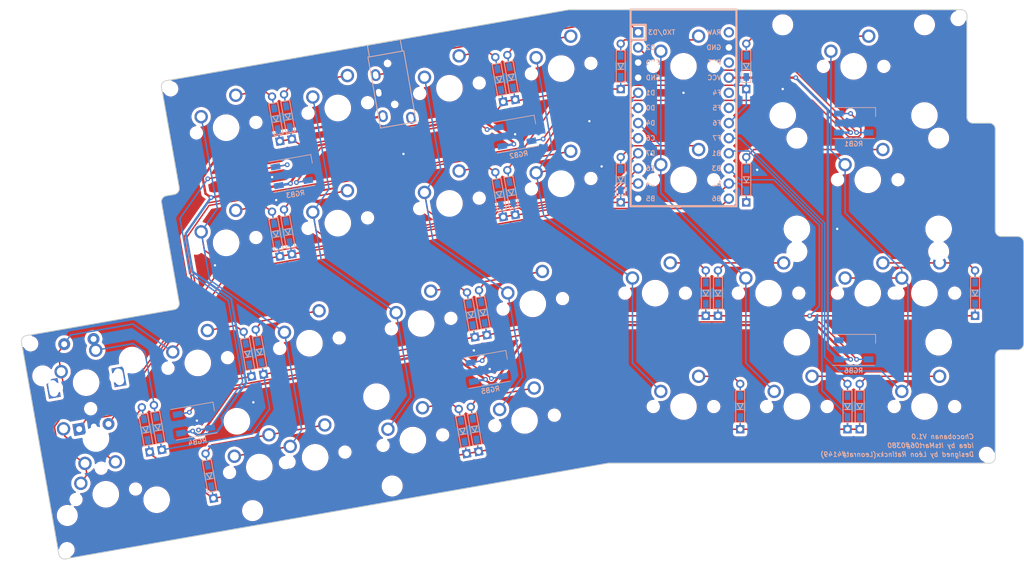
<source format=kicad_pcb>
(kicad_pcb (version 20221018) (generator pcbnew)
  (layers (0 "F.Cu" signal) (31 "B.Cu" signal) (34 "B.Paste" user) (35 "F.Paste" user) (36 "B.SilkS" user "B.Silkscreen") (37 "F.SilkS" user "F.Silkscreen") (38 "B.Mask" user) (39 "F.Mask" user) (44 "Edge.Cuts" user))
  (net 0 "")
  (net 1 "Net-(D1-A)")
  (net 2 "Net-(D2-A)")
  (net 3 "Net-(D3-A)")
  (net 4 "ROW2_L")
  (net 5 "Net-(D4-A)")
  (net 6 "Net-(D5-A)")
  (net 7 "Net-(D6-A)")
  (net 8 "Net-(D7-A)")
  (net 9 "Net-(D8-A)")
  (net 10 "Net-(D9-A)")
  (net 11 "Net-(D10-A)")
  (net 12 "Net-(D11-A)")
  (net 13 "Net-(D12-A)")
  (net 14 "Net-(D13-A)")
  (net 15 "Net-(D14-A)")
  (net 16 "Net-(D15-A)")
  (net 17 "Net-(D16-A)")
  (net 18 "Net-(D17-A)")
  (net 19 "Net-(D18-A)")
  (net 20 "Net-(D19-A)")
  (net 21 "Net-(D20-A)")
  (net 22 "Net-(D21-A)")
  (net 23 "Net-(D22-A)")
  (net 24 "RGB")
  (net 25 "Net-(D23-A)")
  (net 26 "Net-(RGB1-DOUT)")
  (net 27 "DATA")
  (net 28 "GND")
  (net 29 "VCC")
  (net 30 "ENC_A")
  (net 31 "Net-(RGB2-DOUT)")
  (net 32 "COL2")
  (net 33 "COL3")
  (net 34 "COL4")
  (net 35 "COL5")
  (net 36 "ENC_B")
  (net 37 "COL1")
  (net 38 "COL0")
  (net 39 "ROW0_L")
  (net 40 "ROW1_L")
  (net 41 "ROW3_L")
  (net 44 "Net-(RGB3-DOUT)")
  (net 45 "Net-(RGB4-DOUT)")
  (net 46 "Net-(RGB5-DOUT)")
  (net 49 "ENC_S_A")
  (net 51 "Net-(D25-A)")
  (net 52 "COL6")
  (net 53 "Net-(D27-A)")
  (net 54 "Net-(D24-A)")
  (footprint "kbd:D3_TH_SMD_only_back" (layer "F.Cu") (at -19.05 57.15 90)
    (fp_text reference "D12" hide)
    (fp_text value "D_Small" hide)
  )
  (footprint "kbd:D3_TH_SMD_only_back" (layer "F.Cu") (at -63.651285 60.962562 100)
    (fp_text reference "D16" hide)
    (fp_text value "D_Small" hide)
  )
  (footprint "MX_Only:MXOnly-1U-NoLED" (layer "F.Cu") (at -72.65738 43.206703 10)
    (fp_text reference "MX19")
    (fp_text value "MX-NoLED")
  )
  (footprint "MX_Only:MXOnly-2U-NoLED" (layer "F.Cu") (at 0 0)
    (fp_text reference "MX1")
    (fp_text value "MX-NoLED")
  )
  (footprint "kbd:D3_TH_SMD_only_back" (layer "F.Cu") (at -97.043713 8.818917 100)
    (fp_text reference "D21" hide)
    (fp_text value "D_Small" hide)
  )
  (footprint "MX_Only:MXOnly-1U-NoLED" (layer "F.Cu") (at -49.134293 19.715071 10)
    (fp_text reference "MX10")
    (fp_text value "MX-NoLED")
  )
  (footprint "MX_Only:MXOnly-1U-NoLED" (layer "F.Cu") (at -55.278942 59.486292 10)
    (fp_text reference "MX16")
    (fp_text value "MX-NoLED")
  )
  (footprint "kbd:D3_TH_SMD_only_back" (layer "F.Cu") (at -118.912802 61.03472 100)
    (fp_text reference "D27" hide)
    (fp_text value "D_Small" hide)
  )
  (footprint "MX_Only:MXOnly-1.75U-NoLED" (layer "F.Cu") (at -99.835338 67.342787 10)
    (fp_text reference "MX24")
    (fp_text value "MX-NoLED")
  )
  (footprint "MX_Only:MXOnly-1U-NoLED" (layer "F.Cu") (at -33.3375 38.1)
    (fp_text reference "MX11")
    (fp_text value "MX-NoLED")
  )
  (footprint "MX_Only:MXOnly-1U-NoLED" (layer "F.Cu") (at -14.2875 38.1)
    (fp_text reference "MX7")
    (fp_text value "MX-NoLED")
  )
  (footprint "kbd:D3_TH_SMD_only_back" (layer "F.Cu") (at -95.027811 8.463459 100)
    (fp_text reference "D17" hide)
    (fp_text value "D_Small" hide)
  )
  (footprint "kbd:D3_TH_SMD_only_back" (layer "F.Cu") (at -59.522537 21.546799 100)
    (fp_text reference "D14" hide)
    (fp_text value "D_Small" hide)
  )
  (footprint "MX_Only:MXOnly-1U-NoLED" (layer "F.Cu") (at -105.416056 10.295187 10)
    (fp_text reference "MX21")
    (fp_text value "MX-NoLED")
  )
  (footprint "kbd:D3_TH_SMD_only_back" (layer "F.Cu") (at -99.790311 47.990971 100)
    (fp_text reference "D23" hide)
    (fp_text value "D_Small" hide)
  )
  (footprint "MX_Only:MXOnly-1U-NoLED" (layer "F.Cu") (at -67.89488 3.679192 10)
    (fp_text reference "MX13")
    (fp_text value "MX-NoLED")
  )
  (footprint "kbd:D3_TH_SMD_only_back" (layer "F.Cu") (at 20.40825 38.1 90)
    (fp_text reference "D3" hide)
    (fp_text value "D_Small" hide)
  )
  (footprint "MX_Only:MXOnly-1U-NoLED" (layer "F.Cu") (at -53.896793 39.898705 10)
    (fp_text reference "MX15")
    (fp_text value "MX-NoLED")
  )
  (footprint "kbd:D3_TH_SMD_only_back" (layer "F.Cu") (at 1.0235 57.15 90)
    (fp_text reference "D4" hide)
    (fp_text value "D_Small" hide)
  )
  (footprint "kbd:D3_TH_SMD_only_back" (layer "F.Cu") (at -39.1235 0 90)
    (fp_text reference "D5" hide)
    (fp_text value "D_Small" hide)
  )
  (footprint "MX_Only:MXOnly-1U-NoLED" (layer "F.Cu") (at -74.03953 62.79429 10)
    (fp_text reference "MX20")
    (fp_text value "MX-NoLED")
  )
  (footprint "MX_Only:MXOnly-2.75U-ReversedStabilizers-NoLED" (layer "F.Cu") (at -90.455044 65.688788 10)
    (fp_text reference "MX24.1")
    (fp_text value "MX-NoLED")
  )
  (footprint "kbd:D3_TH_SMD_only_back" (layer "F.Cu") (at -57.506636 21.191341 100)
    (fp_text reference "D10" hide)
    (fp_text value "D_Small" hide)
  )
  (footprint "MX_Only:MXOnly-1U-NoLED" (layer "F.Cu") (at -110.178556 49.822698 10)
    (fp_text reference "MX25")
    (fp_text value "MX-NoLED")
  )
  (footprint "MX_Only:MXOnly-1U-NoLED" (layer "F.Cu") (at -91.417968 46.514701 10)
    (fp_text reference "MX23")
    (fp_text value "MX-NoLED")
  )
  (footprint "Custom_footprints_Léon:ArduinoProMicro_centered" (layer "F.Cu") (at -28.575 6.985)
    (fp_text reference "U1" hide)
    (fp_text value "ProMicro" hide)
  )
  (footprint "MX_Only:MXOnly-1U-NoLED" (layer "F.Cu") (at -9.525 57.15)
    (fp_text reference "MX8")
    (fp_text value "MX-NoLED")
  )
  (footprint "kbd:D3_TH_SMD_only_back" (layer "F.Cu") (at -22.789 38.1 90)
    (fp_text reference "D7" hide)
    (fp_text value "D_Small" hide)
  )
  (footprint "MX_Only:MXOnly-2.25U-NoLED" (layer "F.Cu") (at 2.38125 19.05)
    (fp_text reference "MX2")
    (fp_text value "MX-NoLED")
  )
  (footprint "kbd:D3_TH_SMD_only_back" (layer "F.Cu") (at -62.269136 41.374975 100)
    (fp_text reference "D15" hide)
    (fp_text value "D_Small" hide)
  )
  (footprint "kbd:D3_TH_SMD_only_back" (layer "F.Cu") (at -108.208173 68.819144 100)
    (fp_text reference "D24" hide)
    (fp_text value "D_Small" hide)
  )
  (footprint "kbd:D3_TH_SMD_only_back" (layer "F.Cu") (at -116.881774 60.668034 100)
    (fp_text reference "D26" hide)
    (fp_text value "D_Small" hide)
  )
  (footprint "MX_Only:MXOnly-2.75U-NoLED" (layer "F.Cu") (at 2.38125 38.1)
    (fp_text reference "MX3.1")
    (fp_text value "MX-NoLED")
  )
  (footprint "MX_Only:MXOnly-1.75U-NoLED" (layer "F.Cu") (at 11.90625 38.1)
    (fp_text reference "MX3")
    (fp_text value "MX-NoLED")
  )
  (footprint "kbd:D3_TH_SMD_only_back" (layer "F.Cu") (at -39.1235 19.05 90)
    (fp_text reference "D6" hide)
    (fp_text value "D_Small" hide)
  )
  (footprint "MX_Only:MXOnly-2U-NoLED" (layer "F.Cu") (at -127.285145 62.51099 100)
    (fp_text reference "MX20.1")
    (fp_text value "MX-NoLED")
  )
  (footprint "kbd:D3_TH_SMD_only_back" (layer "F.Cu") (at -97.043713 28.162794 100)
    (fp_text reference "D22" hide)
    (fp_text value "D_Small" hide)
  )
  (footprint "MX_Only:MXOnly-1U-NoLED" (layer "F.Cu") (at -28.575 0)
    (fp_text reference "MX5")
    (fp_text value "MX-NoLED")
  )
  (footprint "MX_Only:MXOnly-1U-NoLED" (layer "F.Cu") (at -86.655468 6.987189 10)
    (fp_text reference "MX17")
    (fp_text value "MX-NoLED")
  )
  (footprint "MX_Only:MXOnly-1U-NoLED" (layer "F.Cu") (at -49.134293 0.371194 10)
    (fp_text reference "MX9")
    (fp_text value "MX-NoLED")
  )
  (footprint "MX_Only:MXOnly-1U-NoLED" (layer "F.Cu") (at -67.89488 23.023069 10)
    (fp_text reference "MX14")
    (fp_text value "MX-NoLED")
  )
  (footprint "kbd:D3_TH_SMD_only_back" (layer "F.Cu") (at -24.836 38.1 90)
    (fp_text reference "D11" hide)
    (fp_text value "D_Small" hide)
  )
  (footprint "MX_Only:MXOnly-1U-NoLED" (layer "F.Cu") (at -105.416056 29.639064 10)
    (fp_text reference "MX22")
    (fp_text value "MX-NoLED")
  )
  (footprint "kbd:D3_TH_SMD_only_back" (layer "F.Cu") (at -95.027811 27.807336 100)
    (fp_text reference "D18" hide)
    (fp_text value "D_Small" hide)
  )
  (footprint "kbd:D3_TH_SMD_only_back" (layer "F.Cu") (at -101.806213 48.346428 100)
    (fp_text reference "D25" hide)
    (fp_text value "D_Small" hide)
  )
  (footprint "Custom_footprints_Léon:RotaryEncoder_EC11_Switch" (layer "F.Cu") (at -128.939144 53.130696 100)
    (fp_text reference "SW1" hide)
    (fp_text value "RotaryEncoder_Switch")
  )
  (footprint "MX_Only:MXOnly-1U-NoLED" (layer "F.Cu") (at -128.939144 53.130696 10)
    (fp_text reference "MX26")
    (fp_text value "MX-NoLED")
  )
  (footprint "kbd:D3_TH_SMD_only_back" (layer "F.Cu") (at -57.506636 1.847464 100)
    (fp_text reference "D9" hide)
    (fp_text value "D_Small" hide)
  )
  (footprint "kbd:D3_TH_SMD_only_back" (layer "F.Cu") (at -1.0235 57.15 90)
    (fp_text reference "D8" hide)
    (fp_text value "D_Small" hide)
  )
  (footprint "MX_Only:MXOnly-1U-NoLED" (layer "F.Cu") (at -28.575 19.05)
    (fp_text reference "MX6")
    (fp_text value "MX-NoLED")
  )
  (footprint "kbd:D3_TH_SMD_only_back" (layer "F.Cu") (at -18.0265 19.05 90)
    (fp_text reference "D2" hide)
    (fp_text value "D_Small" hide)
  )
  (footprint "MX_Only:MXOnly-1U-NoLED" (layer "F.Cu") (at -125.631146 71.891284 10)
    (fp_text reference "MX27")
    (fp_text value "MX-NoLED")
  )
  (footprint "kbd:D3_TH_SMD_only_back" (layer "F.Cu") (at -65.667186 61.31802 100)
    (fp_text reference "D20" hide)
    (fp_text value "D_Small" hide)
  )
  (footprint "kbd:D3_TH_SMD_only_back" (layer "F.Cu") (at -59.522537 2.202922 100)
    (fp_text reference "D13" hide)
    (fp_text value "D_Small" hide)
  )
  (footprint "MX_Only:MXOnly-1U-NoLED" (layer "F.Cu") (at -86.655468 26.331066 10)
    (fp_text reference "MX18")
    (fp_text value "MX-NoLED")
  )
  (footprint "kbd:D3_TH_SMD_only_back" (layer "F.Cu") (at -18.0265 0 90)
    (fp_text reference "D1" hide)
    (fp_text value "D_Small" hide)
  )
  (footprint "MX_Only:MXOnly-1U-NoLED" (layer "F.Cu") (at -28.575 57.15)
    (fp_text reference "MX12")
    (fp_text value "MX-NoLED")
  )
  (footprint "MX_Only:MXOnly-1.25U-NoLED" (layer "F.Cu") (at 11.90625 57.15)
    (fp_text reference "MX4")
    (fp_text value "MX-NoLED")
  )
  (footprint "kbd:D3_TH_SMD_only_back" (layer "F.Cu") (at -64.285037 41.730433 100)
    (fp_text reference "D19" hide)
    (fp_text value "D_Small" hide)
  )
  (footprint "MountingHole:MountingHole_2.1mm" (layer "B.Cu") (at 22.3305 65.19283 180)
    (fp_text reference "H2" hide)
    (fp_text value "MountingHole")
  )
  (footprint "MountingHole:MountingHole_2.1mm" (layer "B.Cu") (at -114.733517 3.771031 180)
    (fp_text reference "H3" hide)
    (fp_text value "MountingHole")
  )
  (footprint "kbd:LED_WS2812B-PLCC4" (layer "B.Cu") (at 0 47.625)
    (fp_text reference "RGB6")
    (fp_text value "WS2812B")
  )
  (footprint "MountingHole:MountingHole_2.1mm" (layer "B.Cu") (at -132.155302 81.208745 180)
    (fp_text reference "H5" hide)
    (fp_text value "MountingHole")
  )
  (footprint "MountingHole:MountingHole_2.1mm" (layer "B.Cu") (at 17.568 -8.04283 180)
    (fp_text reference "H1" hide)
    (fp_text value "MountingHole")
  )
  (footprint "MountingHole:MountingHole_2.1mm" (layer "B.Cu") (at -138.256605 46.60654 180)
    (fp_text reference "H4" hide)
    (fp_text value "MountingHole")
  )
  (footprint "kbd:LED_WS2812B-PLCC4" (layer "B.Cu") (at -61.623088 50.932998 10)
    (fp_text reference "RGB5")
    (fp_text value "WS2812B")
  )
  (footprint "keebio-parts:TRRS-PJ-320A" (layer "B.Cu") (at -77.704954 2.895791 -170)
    (fp_text reference "U2")
    (fp_text value "TRRS")
  )
  (footprint "kbd:LED_WS2812B-PLCC4" (layer "B.Cu") (at -94.381763 18.021482 10)
    (fp_text reference "RGB3")
    (fp_text value "WS2812B")
  )
  (footprint "kbd:LED_WS2812B-PLCC4" (layer "B.Cu") (at 0 9.525)
    (fp_text reference "RGB1")
    (fp_text value "WS2812B")
  )
  (footprint "kbd:LED_WS2812B-PLCC4" (layer "B.Cu") (at -110.819161 59.607593 10)
    (fp_text reference "RGB4")
    (fp_text value "WS2812B")
  )
  (footprint "kbd:LED_WS2812B-PLCC4" (layer "B.Cu") (at -56.860588 11.405487 10)
    (fp_text reference "RGB2")
    (fp_text value "WS2812B")
  )
  (gr_arc (start -139.799789 46.389209) (mid -139.634133 45.641984) (end -138.988629 45.230753) (stroke (width 0.15)) (layer "Edge.Cuts"))
  (gr_line (start 28.575 46.625) (end 28.575 29.575) (stroke (width 0.15)) (layer "Edge.Cuts"))
  (gr_arc (start 20.05 9.525) (mid 19.342893 9.232107) (end 19.05 8.525) (stroke (width 0.15)) (layer "Edge.Cuts"))
  (gr_arc (start 18.05 -9.525) (mid 18.757107 -9.232107) (end 19.05 -8.525) (stroke (width 0.15)) (layer "Edge.Cuts"))
  (gr_arc (start -47.948636 -9.509808) (mid -47.862144 -9.521195) (end -47.774988 -9.525) (stroke (width 0.15)) (layer "Edge.Cuts"))
  (gr_line (start 19.05 8.525) (end 19.05 -8.525) (stroke (width 0.15)) (layer "Edge.Cuts"))
  (gr_line (start -115.465541 21.739121) (end -114.127159 21.503128) (stroke (width 0.15)) (layer "Edge.Cuts"))
  (gr_line (start -41.288348 66.690194) (end -132.372623 82.751915) (stroke (width 0.15)) (layer "Edge.Cuts"))
  (gr_arc (start 28.575 46.625) (mid 28.282107 47.332107) (end 27.575 47.625) (stroke (width 0.15)) (layer "Edge.Cuts"))
  (gr_line (start -113.315999 20.344672) (end -116.276701 3.5537) (stroke (width 0.15)) (layer "Edge.Cuts"))
  (gr_line (start -133.531091 81.940757) (end -139.799789 46.389209) (stroke (width 0.15)) (layer "Edge.Cuts"))
  (gr_arc (start -132.372623 82.751915) (mid -133.119855 82.586265) (end -133.531091 81.940757) (stroke (width 0.15)) (layer "Edge.Cuts"))
  (gr_arc (start -116.276701 22.897577) (mid -116.111045 22.150352) (end -115.465541 21.739121) (stroke (width 0.15)) (layer "Edge.Cuts"))
  (gr_line (start 22.8125 9.525) (end 20.05 9.525) (stroke (width 0.15)) (layer "Edge.Cuts"))
  (gr_arc (start 22.8125 9.525) (mid 23.519607 9.817893) (end 23.8125 10.525) (stroke (width 0.15)) (layer "Edge.Cuts"))
  (gr_line (start -47.948636 -9.509808) (end -115.465541 2.395244) (stroke (width 0.15)) (layer "Edge.Cuts"))
  (gr_arc (start -113.315999 20.344672) (mid -113.481655 21.091897) (end -114.127159 21.503128) (stroke (width 0.15)) (layer "Edge.Cuts"))
  (gr_arc (start 23.8125 48.625) (mid 24.105393 47.917893) (end 24.8125 47.625) (stroke (width 0.15)) (layer "Edge.Cuts"))
  (gr_line (start 23.8125 27.575) (end 23.8125 10.525) (stroke (width 0.15)) (layer "Edge.Cuts"))
  (gr_arc (start 27.575 28.575) (mid 28.282107 28.867893) (end 28.575 29.575) (stroke (width 0.15)) (layer "Edge.Cuts"))
  (gr_arc (start -113.315999 39.688549) (mid -113.481655 40.435774) (end -114.127159 40.847005) (stroke (width 0.15)) (layer "Edge.Cuts"))
  (gr_arc (start -116.276701 3.5537) (mid -116.111045 2.806475) (end -115.465541 2.395244) (stroke (width 0.15)) (layer "Edge.Cuts"))
  (gr_arc (start 23.8125 65.675) (mid 23.519607 66.382107) (end 22.8125 66.675) (stroke (width 0.15)) (layer "Edge.Cuts"))
  (gr_line (start 18.05 -9.525) (end -47.774988 -9.525) (stroke (width 0.15)) (layer "Edge.Cuts"))
  (gr_line (start 27.575 28.575) (end 24.8125 28.575) (stroke (width 0.15)) (layer "Edge.Cuts"))
  (gr_line (start -138.988629 45.230753) (end -114.127159 40.847005) (stroke (width 0.15)) (layer "Edge.Cuts"))
  (gr_line (start 23.8125 65.675) (end 23.8125 48.625) (stroke (width 0.15)) (layer "Edge.Cuts"))
  (gr_line (start 24.8125 47.625) (end 27.575 47.625) (stroke (width 0.15)) (layer "Edge.Cuts"))
  (gr_line (start -113.315999 39.688549) (end -116.276701 22.897577) (stroke (width 0.15)) (layer "Edge.Cuts"))
  (gr_arc (start 24.8125 28.575) (mid 24.105393 28.282107) (end 23.8125 27.575) (stroke (width 0.15)) (layer "Edge.Cuts"))
  (gr_arc (start -41.288348 66.690194) (mid -41.20185 66.678806) (end -41.114688 66.675) (stroke (width 0.15)) (layer "Edge.Cuts"))
  (gr_line (start 22.8125 66.675) (end -41.114688 66.675) (stroke (width 0.15)) (layer "Edge.Cuts"))
  (gr_text "Designed by Léon Ratinckx(Leonrat#4149)" (at 20.3305 65.19283) (layer "B.SilkS") (effects (font (size 0.8 0.8) (thickness 0.15) italic) (justify left mirror)))
  (gr_text "Idea by ItsMart06#0380" (at 20.3305 63.69283) (layer "B.SilkS") (effects (font (size 0.8 0.8) (thickness 0.15) italic) (justify left mirror)))
  (gr_text "Chocobanan V1.0" (at 20.3305 62.19283) (layer "B.SilkS") (effects (font (size 0.8 0.8) (thickness 0.15) italic) (justify left mirror)))
  (segment (start -16.7565 -5.08) (end 2.54 -5.08) (width 0.25) (layer "F.Cu") (net 1))
  (segment (start -18.0265 -3.81) (end -16.7565 -5.08) (width 0.25) (layer "F.Cu") (net 1))
  (segment (start -18.0265 -1.775) (end -18.0265 -3.81) (width 0.25) (layer "B.Cu") (net 1))
  (segment (start 4.92125 13.97) (end -16.7565 13.97) (width 0.25) (layer "F.Cu") (net 2))
  (segment (start -16.7565 13.97) (end -18.0265 15.24) (width 0.25) (layer "F.Cu") (net 2))
  (segment (start -18.0265 17.275) (end -18.0265 15.24) (width 0.25) (layer "B.Cu") (net 2))
  (segment (start 19.13825 33.02) (end 20.40825 34.29) (width 0.25) (layer "F.Cu") (net 3))
  (segment (start 4.92125 33.02) (end 14.44625 33.02) (width 0.25) (layer "F.Cu") (net 3))
  (segment (start 14.44625 33.02) (end 19.13825 33.02) (width 0.25) (layer "F.Cu") (net 3))
  (segment (start 20.40825 36.325) (end 20.40825 34.29) (width 0.25) (layer "B.Cu") (net 3))
  (segment (start -24.836 41.91) (end -22.789 41.91) (width 0.25) (layer "F.Cu") (net 4))
  (segment (start -24.836 41.91) (end -43.407731 41.91) (width 0.25) (layer "F.Cu") (net 4))
  (segment (start -61.607536 45.127093) (end -63.623437 45.482551) (width 0.25) (layer "F.Cu") (net 4))
  (segment (start -99.128711 51.743089) (end -63.623437 45.482551) (width 0.25) (layer "F.Cu") (net 4))
  (segment (start -61.607536 45.127093) (end -43.407731 41.91) (width 0.25) (layer "F.Cu") (net 4))
  (segment (start -22.789 41.91) (end 20.40825 41.91) (width 0.25) (layer "F.Cu") (net 4))
  (via (at -7.37 41.91) (size 0.8) (drill 0.4) (layers "F.Cu" "B.Cu") (net 4))
  (segment (start -116.573548 62.416068) (end -116.220174 64.420152) (width 0.25) (layer "B.Cu") (net 4))
  (segment (start -63.623437 45.482551) (end -63.976811 43.478467) (width 0.25) (layer "B.Cu") (net 4))
  (segment (start -13.405448 19.05) (end -5.76 26.695448) (width 0.25) (layer "B.Cu") (net 4))
  (segment (start -99.128711 51.743089) (end -98.107265 57.536003) (width 0.25) (layer "B.Cu") (net 4))
  (segment (start -101.062092 61.755934) (end -98.107265 57.536003) (width 0.25) (layer "B.Cu") (net 4))
  (segment (start -5.76 40.3) (end -7.37 41.91) (width 0.25) (layer "B.Cu") (net 4))
  (segment (start 20.40825 39.875) (end 20.40825 41.91) (width 0.25) (layer "B.Cu") (net 4))
  (segment (start -24.836 39.875) (end -24.836 41.91) (width 0.25) (layer "B.Cu") (net 4))
  (segment (start -116.2353 64.43138) (end -101.062092 61.755934) (width 0.25) (layer "B.Cu") (net 4))
  (segment (start -13.405448 19.05) (end -19.05 19.05) (width 0.25) (layer "B.Cu") (net 4))
  (segment (start -5.76 26.695448) (end -5.76 40.3) (width 0.25) (layer "B.Cu") (net 4))
  (segment (start -99.482085 49.739005) (end -99.128711 51.743089) (width 0.25) (layer "B.Cu") (net 4))
  (segment (start -19.05 19.05) (end -20.955 17.145) (width 0.25) (layer "B.Cu") (net 4))
  (segment (start -22.789 39.875) (end -22.789 41.91) (width 0.25) (layer "B.Cu") (net 4))
  (segment (start -61.607536 45.127093) (end -61.96091 43.123009) (width 0.25) (layer "B.Cu") (net 4))
  (segment (start 14.44625 52.07) (end 2.2935 52.07) (width 0.25) (layer "F.Cu") (net 5))
  (segment (start 2.2935 52.07) (end 1.0235 53.34) (width 0.25) (layer "F.Cu") (net 5))
  (segment (start 1.0235 55.375) (end 1.0235 53.34) (width 0.25) (layer "B.Cu") (net 5))
  (segment (start -26.67 -4.445) (end -38.4885 -4.445) (width 0.25) (layer "F.Cu") (net 6))
  (segment (start -38.4885 -4.445) (end -39.1235 -3.81) (width 0.25) (layer "F.Cu") (net 6))
  (segment (start -26.035 -5.08) (end -26.67 -4.445) (width 0.25) (layer "F.Cu") (net 6))
  (segment (start -39.1235 -1.775) (end -39.1235 -3.81) (width 0.25) (layer "B.Cu") (net 6))
  (segment (start -26.035 13.97) (end -26.67 13.335) (width 0.25) (layer "F.Cu") (net 7))
  (segment (start -26.67 13.335) (end -37.2185 13.335) (width 0.25) (layer "F.Cu") (net 7))
  (segment (start -37.2185 13.335) (end -39.1235 15.24) (width 0.25) (layer "F.Cu") (net 7))
  (segment (start -39.1235 17.275) (end -39.1235 15.24) (width 0.25) (layer "B.Cu") (net 7))
  (segment (start -11.7475 33.02) (end -21.519 33.02) (width 0.25) (layer "F.Cu") (net 8))
  (segment (start -21.519 33.02) (end -22.789 34.29) (width 0.25) (layer "F.Cu") (net 8))
  (segment (start -22.789 36.325) (end -22.789 34.29) (width 0.25) (layer "B.Cu") (net 8))
  (segment (start -2.2935 52.07) (end -1.0235 53.34) (width 0.25) (layer "F.Cu") (net 9))
  (segment (start -6.985 52.07) (end -2.2935 52.07) (width 0.25) (layer "F.Cu") (net 9))
  (segment (start -1.0235 55.375) (end -1.0235 53.34) (width 0.25) (layer "B.Cu") (net 9))
  (segment (start -47.515014 -5.086023) (end -57.138063 -3.375893) (width 0.25) (layer "F.Cu") (net 10))
  (segment (start -58.168236 -1.904654) (end -57.138063 -3.375893) (width 0.25) (layer "F.Cu") (net 10))
  (segment (start -57.814862 0.09943) (end -58.168236 -1.904654) (width 0.25) (layer "B.Cu") (net 10))
  (segment (start -47.515014 14.271181) (end -57.138063 15.967984) (width 0.25) (layer "F.Cu") (net 11))
  (segment (start -58.168236 17.439223) (end -57.138063 15.967984) (width 0.25) (layer "F.Cu") (net 11))
  (segment (start -57.814862 19.443307) (end -58.168236 17.439223) (width 0.25) (layer "B.Cu") (net 11))
  (segment (start -26.106 33.02) (end -24.836 34.29) (width 0.25) (layer "F.Cu") (net 12))
  (segment (start -30.7975 33.02) (end -26.106 33.02) (width 0.25) (layer "F.Cu") (net 12))
  (segment (start -24.836 36.325) (end -24.836 34.29) (width 0.25) (layer "B.Cu") (net 12))
  (segment (start -26.035 52.07) (end -20.32 52.07) (width 0.25) (layer "F.Cu") (net 13))
  (segment (start -20.32 52.07) (end -19.05 53.34) (width 0.25) (layer "F.Cu") (net 13))
  (segment (start -19.05 55.375) (end -19.05 53.34) (width 0.25) (layer "B.Cu") (net 13))
  (segment (start -66.275601 -1.764698) (end -61.655376 -2.579369) (width 0.25) (layer "F.Cu") (net 14))
  (segment (start -60.184137 -1.549196) (end -61.655376 -2.579369) (width 0.25) (layer "F.Cu") (net 14))
  (segment (start -59.830763 0.454888) (end -60.184137 -1.549196) (width 0.25) (layer "B.Cu") (net 14))
  (segment (start -60.184137 17.794681) (end -61.655376 16.764508) (width 0.25) (layer "F.Cu") (net 15))
  (segment (start -66.275601 17.579179) (end -61.655376 16.764508) (width 0.25) (layer "F.Cu") (net 15))
  (segment (start -59.830763 19.798765) (end -60.184137 17.794681) (width 0.25) (layer "B.Cu") (net 15))
  (segment (start -52.277514 34.454815) (end -61.900563 36.151618) (width 0.25) (layer "F.Cu") (net 16))
  (segment (start -62.930736 37.622857) (end -61.900563 36.151618) (width 0.25) (layer "F.Cu") (net 16))
  (segment (start -62.577362 39.626941) (end -62.930736 37.622857) (width 0.25) (layer "B.Cu") (net 16))
  (segment (start -64.312885 57.210444) (end -63.282712 55.739206) (width 0.25) (layer "F.Cu") (net 17))
  (segment (start -53.659663 54.042402) (end -63.282712 55.739206) (width 0.25) (layer "F.Cu") (net 17))
  (segment (start -63.959511 59.214528) (end -64.312885 57.210444) (width 0.25) (layer "B.Cu") (net 17))
  (segment (start -95.689411 4.711341) (end -94.659238 3.240103) (width 0.25) (layer "F.Cu") (net 18))
  (segment (start -85.036189 1.543299) (end -94.659238 3.240103) (width 0.25) (layer "F.Cu") (net 18))
  (segment (start -95.336037 6.715425) (end -95.689411 4.711341) (width 0.25) (layer "B.Cu") (net 18))
  (segment (start -85.036189 20.887176) (end -94.659238 22.58398) (width 0.25) (layer "F.Cu") (net 19))
  (segment (start -95.689411 24.055218) (end -94.659238 22.58398) (width 0.25) (layer "F.Cu") (net 19))
  (segment (start -95.336037 26.059302) (end -95.689411 24.055218) (width 0.25) (layer "B.Cu") (net 19))
  (segment (start -64.946637 37.978315) (end -66.417876 36.948143) (width 0.25) (layer "F.Cu") (net 20))
  (segment (start -71.038101 37.762813) (end -66.417876 36.948143) (width 0.25) (layer "F.Cu") (net 20))
  (segment (start -64.593263 39.982399) (end -64.946637 37.978315) (width 0.25) (layer "B.Cu") (net 20))
  (segment (start -66.328786 57.565902) (end -67.800025 56.53573) (width 0.25) (layer "F.Cu") (net 21))
  (segment (start -72.420251 57.3504) (end -67.800025 56.53573) (width 0.25) (layer "F.Cu") (net 21))
  (segment (start -65.975412 59.569986) (end -66.328786 57.565902) (width 0.25) (layer "B.Cu") (net 21))
  (segment (start -103.796777 4.851297) (end -99.176551 4.036627) (width 0.25) (layer "F.Cu") (net 22))
  (segment (start -97.705313 5.066799) (end -99.176551 4.036627) (width 0.25) (layer "F.Cu") (net 22))
  (segment (start -97.351939 7.070883) (end -97.705313 5.066799) (width 0.25) (layer "B.Cu") (net 22))
  (segment (start -103.796777 24.195174) (end -99.176551 23.380504) (width 0.25) (layer "F.Cu") (net 23))
  (segment (start -97.705313 24.410676) (end -99.176551 23.380504) (width 0.25) (layer "F.Cu") (net 23))
  (segment (start -97.351939 26.41476) (end -97.705313 24.410676) (width 0.25) (layer "B.Cu") (net 23))
  (segment (start 0.5 11.099695) (end -9.964695 0.635) (width 0.25) (layer "F.Cu") (net 24))
  (segment (start -34.94935 -1.92935) (end -36.195 -3.175) (width 0.25) (layer "F.Cu") (net 24))
  (segment (start -21.958898 0.635) (end -23.692798 2.3689) (width 0.25) (layer "F.Cu") (net 24))
  (segment (start 0.5 11.125) (end 0.5 11.099695) (width 0.25) (layer "F.Cu") (net 24))
  (segment (start -33.21545 2.3689) (end -34.94935 0.635) (width 0.25) (layer "F.Cu") (net 24))
  (segment (start -34.94935 0.635) (end -34.94935 -1.92935) (width 0.25) (layer "F.Cu") (net 24))
  (segment (start -23.692798 2.3689) (end -33.21545 2.3689) (width 0.25) (layer "F.Cu") (net 24))
  (segment (start -9.964695 0.635) (end -21.958898 0.635) (width 0.25) (layer "F.Cu") (net 24))
  (via (at 0.5 11.125) (size 0.8) (drill 0.4) (layers "F.Cu" "B.Cu") (net 24))
  (segment (start 2.5 11.125) (end 0.5 11.125) (width 0.25) (layer "B.Cu") (net 24))
  (segment (start -100.451911 44.238853) (end -99.421738 42.767614) (width 0.25) (layer "F.Cu") (net 25))
  (segment (start -89.798689 41.070811) (end -99.421738 42.767614) (width 0.25) (layer "F.Cu") (net 25))
  (segment (start -100.451911 44.238853) (end -100.098537 46.242937) (width 0.25) (layer "B.Cu") (net 25))
  (segment (start 1.225 9.65) (end -0.5 7.925) (width 0.25) (layer "F.Cu") (net 26))
  (segment (start -52.151116 12.199762) (end -47.973147 6.233005) (width 0.25) (layer "F.Cu") (net 26))
  (segment (start -6.935305 5.715) (end -0.800305 11.85) (width 0.25) (layer "F.Cu") (net 26))
  (segment (start 0.800305 11.85) (end 1.225 11.425305) (width 0.25) (layer "F.Cu") (net 26))
  (segment (start -47.973147 6.233005) (end -45.035396 5.715) (width 0.25) (layer "F.Cu") (net 26))
  (segment (start 1.225 11.425305) (end 1.225 9.65) (width 0.25) (layer "F.Cu") (net 26))
  (segment (start -45.035396 5.715) (end -6.935305 5.715) (width 0.25) (layer "F.Cu") (net 26))
  (segment (start -0.800305 11.85) (end 0.800305 11.85) (width 0.25) (layer "F.Cu") (net 26))
  (via (at -52.151116 12.199762) (size 0.8) (drill 0.4) (layers "F.Cu" "B.Cu") (net 26))
  (via (at -0.5 7.925) (size 0.8) (drill 0.4) (layers "F.Cu" "B.Cu") (net 26))
  (segment (start -54.120732 12.547059) (end -52.151116 12.199762) (width 0.25) (layer "B.Cu") (net 26))
  (segment (start -2.5 7.925) (end -0.5 7.925) (width 0.25) (layer "B.Cu") (net 26))
  (segment (start -80.291261 1.473287) (end -78.026203 1.073896) (width 0.25) (layer "F.Cu") (net 27))
  (segment (start -42.857556 -7.3663) (end -76.237597 -1.480498) (width 0.25) (layer "F.Cu") (net 27))
  (segment (start -36.195 -5.715) (end -37.8463 -7.3663) (width 0.25) (layer "F.Cu") (net 27))
  (segment (start -78.026203 1.073896) (end -76.237597 -1.480498) (width 0.25) (layer "F.Cu") (net 27))
  (segment (start -37.8463 -7.3663) (end -42.857556 -7.3663) (width 0.25) (layer "F.Cu") (net 27))
  (via (at -97.689761 18.604771) (size 0.8) (drill 0.4) (layers "F.Cu" "B.Cu") (net 28))
  (via (at -28.575 4.445) (size 0.8) (drill 0.4) (layers "F.Cu" "B.Cu") (net 28))
  (via (at -97 22.47) (size 0.8) (drill 0.4) (layers "F.Cu" "B.Cu") (net 28))
  (via (at -61.130684 50.846174) (size 0.8) (drill 0.4) (layers "F.Cu" "B.Cu") (net 28))
  (via (at -2.75 27.305) (size 0.8) (drill 0.4) (layers "F.Cu" "B.Cu") (net 28))
  (via (at -42.33 16.81) (size 0.8) (drill 0.4) (layers "F.Cu" "B.Cu") (net 28))
  (via (at -110.326757 59.520769) (size 0.8) (drill 0.4) (layers "F.Cu" "B.Cu") (net 28))
  (via (at -100.84 56.44) (size 0.8) (drill 0.4) (layers "F.Cu" "B.Cu") (net 28))
  (via (at -33.96 14.77) (size 0.8) (drill 0.4) (layers "F.Cu" "B.Cu") (net 28))
  (via (at -63.799862 47.729066) (size 0.8) (drill 0.4) (layers "F.Cu" "B.Cu") (net 28))
  (via (at -56.860588 11.405487) (size 0.8) (drill 0.4) (layers "F.Cu" "B.Cu") (net 28))
  (via (at -75.621175 14.713484) (size 0.8) (drill 0.4) (layers "F.Cu" "B.Cu") (net 28))
  (via (at -107.29 33.43) (size 0.8) (drill 0.4) (layers "F.Cu" "B.Cu") (net 28))
  (via (at -11.90625 3.81) (size 0.8) (drill 0.4) (layers "F.Cu" "B.Cu") (net 28))
  (via (at -44.39 9.21) (size 0.8) (drill 0.4) (layers "F.Cu" "B.Cu") (net 28))
  (via (at -16.2 17.38) (size 0.8) (drill 0.4) (layers "F.Cu" "B.Cu") (net 28))
  (segment (start -6.2665 43.4585) (end -0.5 49.225) (width 0.4) (layer "F.Cu") (net 29))
  (segment (start -111.033728 61.270109) (end -111.010915 61.399484) (width 0.4) (layer "F.Cu") (net 29))
  (segment (start -60.387592 53.15217) (end -55.061113 45.54517) (width 0.4) (layer "F.Cu") (net 29))
  (segment (start -79.075724 8.366942) (end -105.361592 13.00185) (width 0.4) (layer "F.Cu") (net 29))
  (segment (start -20.955 1.905) (end -9.72 1.905) (width 0.4) (layer "F.Cu") (net 29))
  (segment (start -9.72 1.905) (end -0.5 11.125) (width 0.4) (layer "F.Cu") (net 29))
  (segment (start -43.227018 43.4585) (end -6.2665 43.4585) (width 0.4) (layer "F.Cu") (net 29))
  (segment (start -61.814842 52.724889) (end -61.040265 53.267254) (width 0.4) (layer "F.Cu") (net 29))
  (segment (start -68.51789 47.917963) (end -104.257186 54.219765) (width 0.4) (layer "F.Cu") (net 29))
  (segment (start -57.075154 13.068003) (end -57.132696 12.741667) (width 0.4) (layer "F.Cu") (net 29))
  (segment (start -107.949831 22.038581) (end -108.877175 21.389248) (width 0.4) (layer "F.Cu") (net 29))
  (segment (start -55.061113 45.54517) (end -43.227018 43.4585) (width 0.4) (layer "F.Cu") (net 29))
  (segment (start -61.837654 52.595514) (end -61.814842 52.724889) (width 0.4) (layer "F.Cu") (net 29))
  (segment (start -108.877175 21.389248) (end -109.351385 18.699865) (width 0.4) (layer "F.Cu") (net 29))
  (segment (start -94.59633 19.683999) (end -94.619142 19.554624) (width 0.4) (layer "F.Cu") (net 29))
  (segment (start -109.351385 18.699865) (end -105.361592 13.00185) (width 0.4) (layer "F.Cu") (net 29))
  (segment (start -110.236338 61.941849) (end -111.010915 61.399484) (width 0.4) (layer "F.Cu") (net 29))
  (segment (start -63.120326 8.549083) (end -90.264327 13.335303) (width 0.4) (layer "F.Cu") (net 29))
  (segment (start -104.257186 54.219765) (end -109.583665 61.826765) (width 0.4) (layer "F.Cu") (net 29))
  (segment (start -61.837654 52.595514) (end -68.51789 47.917963) (width 0.4) (layer "F.Cu") (net 29))
  (segment (start -61.040265 53.267254) (end -60.387592 53.15217) (width 0.4) (layer "F.Cu") (net 29))
  (segment (start -57.132696 12.741667) (end -63.120326 8.549083) (width 0.4) (layer "F.Cu") (net 29))
  (segment (start -107.949831 22.038581) (end -94.59633 19.683999) (width 0.4) (layer "F.Cu") (net 29))
  (segment (start -109.583665 61.826765) (end -110.236338 61.941849) (width 0.4) (layer "F.Cu") (net 29))
  (segment (start -94.619142 19.554624) (end -90.264327 13.335303) (width 0.4) (layer "F.Cu") (net 29))
  (via (at -0.5 11.125) (size 0.8) (drill 0.4) (layers "F.Cu" "B.Cu") (net 29))
  (via (at -9.72 1.905) (size 0.8) (drill 0.4) (layers "F.Cu" "B.Cu") (net 29))
  (via (at -111.033728 61.270109) (size 0.8) (drill 0.4) (layers "F.Cu" "B.Cu") (net 29))
  (via (at -107.949831 22.038581) (size 0.8) (drill 0.4) (layers "F.Cu" "B.Cu") (net 29))
  (via (at -0.5 49.225) (size 0.8) (drill 0.4) (layers "F.Cu" "B.Cu") (net 29))
  (via (at -61.837654 52.595514) (size 0.8) (drill 0.4) (layers "F.Cu" "B.Cu") (net 29))
  (via (at -57.075154 13.068003) (size 0.8) (drill 0.4) (layers "F.Cu" "B.Cu") (net 29))
  (via (at -94.59633 19.683999) (size 0.8) (drill 0.4) (layers "F.Cu" "B.Cu") (net 29))
  (segment (start -106.012473 60.097446) (end -106.196432 59.05416) (width 0.4) (layer "B.Cu") (net 29))
  (segment (start -104.561044 39.049013) (end -111.063459 34.495973) (width 0.4) (layer "B.Cu") (net 29))
  (segment (start -2.96 11.11) (end -2.485 11.125) (width 0.4) (layer "B.Cu") (net 29))
  (segment (start -2.5 11.125) (end -0.5 11.125) (width 0.4) (layer "B.Cu") (net 29))
  (segment (start -59.04477 13.4153) (end -57.075154 13.068003) (width 0.4) (layer "B.Cu") (net 29))
  (segment (start -96.565945 20.031295) (end -94.59633 19.683999) (width 0.4) (layer "B.Cu") (net 29))
  (segment (start -111.033728 61.270109) (end -113.003343 61.617406) (width 0.4) (layer "B.Cu") (net 29))
  (segment (start -4.335 7.29) (end -9.72 1.905) (width 0.4) (layer "B.Cu") (net 29))
  (segment (start -106.972006 61.467802) (end -106.012473 60.097446) (width 0.4) (layer "B.Cu") (net 29))
  (segment (start -2.5 49.225) (end -0.5 49.225) (width 0.4) (layer "B.Cu") (net 29))
  (segment (start -111.033728 61.270109) (end -111.010915 61.399484) (width 0.4) (layer "B.Cu") (net 29))
  (segment (start -2.5 11.125) (end -2.515 11.125) (width 0.4) (layer "B.Cu") (net 29))
  (segment (start -106.196432 59.05416) (end -102.072172 53.164107) (width 0.4) (layer "B.Cu") (net 29))
  (segment (start -63.80727 52.942811) (end -61.837654 52.595514) (width 0.4) (layer "B.Cu") (net 29))
  (segment (start -4.335 47.39) (end -4.335 7.29) (width 0.4) (layer "B.Cu") (net 29))
  (segment (start -112.191813 28.09676) (end -107.949831 22.038581) (width 0.4) (layer "B.Cu") (net 29))
  (segment (start -2.5 49.225) (end -4.335 47.39) (width 0.4) (layer "B.Cu") (net 29))
  (segment (start -111.010915 61.399484) (end -110.120492 62.022965) (width 0.4) (layer "B.Cu") (net 29))
  (segment (start -111.063459 34.495973) (end -112.191813 28.09676) (width 0.4) (layer "B.Cu") (net 29))
  (segment (start -102.072172 53.164107) (end -104.561044 39.049013) (width 0.4) (layer "B.Cu") (net 29))
  (segment (start -2.515 11.125) (end -2.96 11.11) (width 0.4) (layer "B.Cu") (net 29))
  (segment (start -110.120492 62.022965) (end -106.972006 61.467802) (width 0.4) (layer "B.Cu") (net 29))
  (segment (start -37.015 5.265) (end -45.074766 5.265) (width 0.25) (layer "F.Cu") (net 30))
  (segment (start -108.536257 22.954325) (end -112.484977 28.593682) (width 0.25) (layer "F.Cu") (net 30))
  (segment (start -50.070145 6.14582) (end -55.262063 13.560647) (width 0.25) (layer "F.Cu") (net 30))
  (segment (start -130.098802 60.950875) (end -129.024015 59.41592) (width 0.25) (layer "F.Cu") (net 30))
  (segment (start -55.262063 13.560647) (end -108.536257 22.954325) (width 0.25) (layer "F.Cu") (net 30))
  (segment (start -124.713907 58.655932) (end -129.024015 59.41592) (width 0.25) (layer "F.Cu") (net 30))
  (segment (start -36.195 4.445) (end -37.015 5.265) (width 0.25) (layer "F.Cu") (net 30))
  (segment (start -110.710535 38.657044) (end -124.713907 58.655932) (width 0.25) (layer "F.Cu") (net 30))
  (segment (start -112.484977 28.593682) (end -110.710535 38.657044) (width 0.25) (layer "F.Cu") (net 30))
  (segment (start -45.074766 5.265) (end -50.070145 6.14582) (width 0.25) (layer "F.Cu") (net 30))
  (segment (start -61.57006 10.58994) (end -63.626319 9.171403) (width 0.25) (layer "F.Cu") (net 31))
  (segment (start -61.57006 10.611211) (end -61.57006 10.58994) (width 0.25) (layer "F.Cu") (net 31))
  (segment (start -63.626319 9.171403) (end -89.576003 13.747032) (width 0.25) (layer "F.Cu") (net 31))
  (segment (start -93.611522 19.510351) (end -89.576003 13.747032) (width 0.25) (layer "F.Cu") (net 31))
  (via (at -93.611522 19.510351) (size 0.8) (drill 0.4) (layers "F.Cu" "B.Cu") (net 31))
  (via (at -61.57006 10.611211) (size 0.8) (drill 0.4) (layers "F.Cu" "B.Cu") (net 31))
  (segment (start -59.600444 10.263915) (end -61.57006 10.611211) (width 0.25) (layer "B.Cu") (net 31))
  (segment (start -91.641907 19.163054) (end -93.611522 19.510351) (width 0.25) (layer "B.Cu") (net 31))
  (segment (start -36.195 12.065) (end -41.585082 12.065) (width 0.25) (layer "F.Cu") (net 32))
  (segment (start -53.327477 17.875259) (end -44.572536 16.331526) (width 0.25) (layer "F.Cu") (net 32))
  (segment (start -44.572536 16.331526) (end -41.585082 12.065) (width 0.25) (layer "F.Cu") (net 32))
  (segment (start -37.1475 49.8475) (end -32.385 54.61) (width 0.25) (layer "B.Cu") (net 32))
  (segment (start -53.327477 -1.481945) (end -50.602768 13.983972) (width 0.25) (layer "B.Cu") (net 32))
  (segment (start -53.327477 17.875259) (end -50.602768 13.983972) (width 0.25) (layer "B.Cu") (net 32))
  (segment (start -37.1475 35.56) (end -52.046622 25.139348) (width 0.25) (layer "B.Cu") (net 32))
  (segment (start -53.327477 17.875259) (end -52.046622 25.139348) (width 0.25) (layer "B.Cu") (net 32))
  (segment (start -37.1475 35.56) (end -37.1475 49.8475) (width 0.25) (layer "B.Cu") (net 32))
  (segment (start -44.686565 21.51) (end -55.234407 23.369869) (width 0.25) (layer "F.Cu") (net 33))
  (segment (start -55.234407 23.369869) (end -55.991457 22.839776) (width 0.25) (layer "F.Cu") (net 33))
  (segment (start -37.3963 15.8063) (end -37.3963 17.709904) (width 0.25) (layer "F.Cu") (net 33))
  (segment (start -36.195 14.605) (end -37.3963 15.8063) (width 0.25) (layer "F.Cu") (net 33))
  (segment (start -69.39596 25.785699) (end -71.54142 24.283431) (width 0.25) (layer "F.Cu") (net 33))
  (segment (start -41.196396 21.51) (end -44.686565 21.51) (width 0.25) (layer "F.Cu") (net 33))
  (segment (start -37.3963 17.709904) (end -41.196396 21.51) (width 0.25) (layer "F.Cu") (net 33))
  (segment (start -60.847741 24.278417) (end -69.39596 25.785699) (width 0.25) (layer "F.Cu") (net 33))
  (segment (start -72.088064 21.183257) (end -71.54142 24.283431) (width 0.25) (layer "F.Cu") (net 33))
  (segment (start -55.991457 22.839776) (end -60.382541 23.614043) (width 0.25) (layer "F.Cu") (net 33))
  (segment (start -60.382541 23.614043) (end -60.847741 24.278417) (width 0.25) (layer "F.Cu") (net 33))
  (segment (start -72.088064 21.183257) (end -69.363356 17.291969) (width 0.25) (layer "B.Cu") (net 33))
  (segment (start -58.089977 38.058893) (end -55.608978 52.129334) (width 0.25) (layer "B.Cu") (net 33))
  (segment (start -58.089977 38.058893) (end -70.665018 29.253754) (width 0.25) (layer "B.Cu") (net 33))
  (segment (start -72.088064 1.83938) (end -69.363356 17.291969) (width 0.25) (layer "B.Cu") (net 33))
  (segment (start -59.472126 57.64648) (end -55.608978 52.129334) (width 0.25) (layer "B.Cu") (net 33))
  (segment (start -72.088064 21.183257) (end -70.665018 29.253754) (width 0.25) (layer "B.Cu") (net 33))
  (segment (start -90.848652 24.491254) (end -90.302008 27.591429) (width 0.25) (layer "F.Cu") (net 34))
  (segment (start -90.302008 27.591429) (end -87.635243 29.458718) (width 0.25) (layer "F.Cu") (net 34))
  (segment (start -55.339829 23.8454) (end -44.647195 21.96) (width 0.25) (layer "F.Cu") (net 34))
  (segment (start -87.635243 29.458718) (end -60.586035 24.689213) (width 0.25) (layer "F.Cu") (net 34))
  (segment (start -56.09688 23.315307) (end -55.339829 23.8454) (width 0.25) (layer "F.Cu") (net 34))
  (segment (start -60.586035 24.689213) (end -60.120835 24.024839) (width 0.25) (layer "F.Cu") (net 34))
  (segment (start -44.647195 21.96) (end -41.01 21.96) (width 0.25) (layer "F.Cu") (net 34))
  (segment (start -60.120835 24.024839) (end -56.09688 23.315307) (width 0.25) (layer "F.Cu") (net 34))
  (segment (start -41.01 21.96) (end -36.195 17.145) (width 0.25) (layer "F.Cu") (net 34))
  (segment (start -76.850564 41.366891) (end -74.369566 55.437331) (width 0.25) (layer "B.Cu") (net 34))
  (segment (start -78.232714 60.954478) (end -74.369566 55.437331) (width 0.25) (layer "B.Cu") (net 34))
  (segment (start -90.848652 24.491254) (end -89.425606 32.561752) (width 0.25) (layer "B.Cu") (net 34))
  (segment (start -90.848652 5.147377) (end -88.123944 20.599967) (width 0.25) (layer "B.Cu") (net 34))
  (segment (start -90.848652 24.491254) (end -88.123944 20.599967) (width 0.25) (layer "B.Cu") (net 34))
  (segment (start -76.850564 41.366891) (end -89.425606 32.561752) (width 0.25) (layer "B.Cu") (net 34))
  (segment (start -60.324329 25.10001) (end -93.059104 30.872034) (width 0.25) (layer "F.Cu") (net 35))
  (segment (start -40.530119 22.41) (end -44.607825 22.41) (width 0.25) (layer "F.Cu") (net 35))
  (segment (start -36.195 19.685) (end -37.805119 19.685) (width 0.25) (layer "F.Cu") (net 35))
  (segment (start -56.202303 23.790838) (end -59.859129 24.435635) (width 0.25) (layer "F.Cu") (net 35))
  (segment (start -59.859129 24.435635) (end -60.324329 25.10001) (width 0.25) (layer "F.Cu") (net 35))
  (segment (start -106.538899 32.666538) (end -109.062595 30.899427) (width 0.25) (layer "F.Cu") (net 35))
  (segment (start -93.059104 30.872034) (end -93.723478 30.406834) (width 0.25) (layer "F.Cu") (net 35))
  (segment (start -37.805119 19.685) (end -40.530119 22.41) (width 0.25) (layer "F.Cu") (net 35))
  (segment (start -93.723478 30.406834) (end -106.538899 32.666538) (width 0.25) (layer "F.Cu") (net 35))
  (segment (start -109.60924 27.799252) (end -109.062595 30.899427) (width 0.25) (layer "F.Cu") (net 35))
  (segment (start -44.607825 22.41) (end -55.445252 24.320931) (width 0.25) (layer "F.Cu") (net 35))
  (segment (start -104.028522 65.502975) (end -94.648228 63.848976) (width 0.25) (layer "F.Cu") (net 35))
  (segment (start -55.445252 24.320931) (end -56.202303 23.790838) (width 0.25) (layer "F.Cu") (net 35))
  (segment (start -95.611152 44.674889) (end -92.716654 61.090403) (width 0.25) (layer "B.Cu") (net 35))
  (segment (start -109.60924 27.799252) (end -108.186193 35.86975) (width 0.25) (layer "B.Cu") (net 35))
  (segment (start -109.60924 8.455375) (end -106.884531 23.907965) (width 0.25) (layer "B.Cu") (net 35))
  (segment (start -95.611152 44.674889) (end -108.186193 35.86975) (width 0.25) (layer "B.Cu") (net 35))
  (segment (start -94.648228 63.848976) (end -92.716654 61.090403) (width 0.25) (layer "B.Cu") (net 35))
  (segment (start -109.60924 27.799252) (end -106.884531 23.907965) (width 0.25) (layer "B.Cu") (net 35))
  (segment (start -47.905029 7.53048) (end -52.050882 13.451372) (width 0.25) (layer "F.Cu") (net 36))
  (segment (start -36.195 6.985) (end -44.811461 6.985) (width 0.25) (layer "F.Cu") (net 36))
  (segment (start -108.274551 23.365121) (end -112.009447 28.699105) (width 0.25) (layer "F.Cu") (net 36))
  (segment (start -52.050882 13.451372) (end -108.274551 23.365121) (width 0.25) (layer "F.Cu") (net 36))
  (segment (start -124.110818 58.579182) (end -125.172507 60.095431) (width 0.25) (layer "F.Cu") (net 36))
  (segment (start -112.009447 28.699105) (end -110.235004 38.762467) (width 0.25) (layer "F.Cu") (net 36))
  (segment (start -110.235004 38.762467) (end -124.110818 58.579182) (width 0.25) (layer "F.Cu") (net 36))
  (segment (start -44.811461 6.985) (end -47.905029 7.53048) (width 0.25) (layer "F.Cu") (net 36))
  (segment (start -32.385 21.2725) (end -18.0975 35.56) (width 0.25) (layer "B.Cu") (net 37))
  (segment (start -32.385 16.51) (end -32.385 21.2725) (width 0.25) (layer "B.Cu") (net 37))
  (segment (start -36.195 9.525) (end -32.385 13.335) (width 0.25) (layer "B.Cu") (net 37))
  (segment (start -18.0975 35.56) (end -18.0975 49.8475) (width 0.25) (layer "B.Cu") (net 37))
  (segment (start -32.385 13.335) (end -32.385 13.96) (width 0.25) (layer "B.Cu") (net 37))
  (segment (start -32.385 13.96) (end -32.385 16.51) (width 0.25) (layer "B.Cu") (net 37))
  (segment (start -18.0975 49.8475) (end -13.335 54.61) (width 0.25) (layer "B.Cu") (net 37))
  (segment (start -32.385 -2.54) (end -32.385 13.96) (width 0.25) (layer "B.Cu") (net 37))
  (segment (start 8.09625 35.56) (end -1.42875 35.56) (width 0.25) (layer "F.Cu") (net 38))
  (segment (start -20.955 12.065) (end -19.117656 12.065) (width 0.25) (layer "B.Cu") (net 38))
  (segment (start -4.86 26.322656) (end -4.86 48.815) (width 0.25) (layer "B.Cu") (net 38))
  (segment (start 9.1243 36.58805) (end 8.09625 35.56) (width 0.25) (layer "B.Cu") (net 38))
  (segment (start -3.81 3.5) (end -3.81 14.12875) (width 0.25) (layer "B.Cu") (net 38))
  (segment (start -19.117656 12.065) (end -4.86 26.322656) (width 0.25) (layer "B.Cu") (net 38))
  (segment (start 9.1243 42.75) (end 9.1243 36.58805) (width 0.25) (layer "B.Cu") (net 38))
  (segment (start 4.6695 51.18325) (end 8.09625 54.61) (width 0.25) (layer "B.Cu") (net 38))
  (segment (start -4.86 48.815) (end -2.49175 51.18325) (width 0.25) (layer "B.Cu") (net 38))
  (segment (start -3.81 -2.54) (end -3.81 3.5) (width 0.25) (layer "B.Cu") (net 38))
  (segment (start 9.1243 53.58195) (end 9.1243 42.75) (width 0.25) (layer "B.Cu") (net 38))
  (segment (start -2.49175 51.18325) (end 0.01 51.18325) (width 0.25) (layer "B.Cu") (net 38))
  (segment (start -3.81 14.12875) (end -1.42875 16.51) (width 0.25) (layer "B.Cu") (net 38))
  (segment (start -1.42875 24.61939) (end 8.09625 34.14439) (width 0.25) (layer "B.Cu") (net 38))
  (segment (start 8.09625 54.61) (end 9.1243 53.58195) (width 0.25) (layer "B.Cu") (net 38))
  (segment (start -1.42875 16.51) (end -1.42875 24.61939) (width 0.25) (layer "B.Cu") (net 38))
  (segment (start 8.09625 34.14439) (end 8.09625 35.56) (width 0.25) (layer "B.Cu") (net 38))
  (segment (start 0.01 51.18325) (end 4.6695 51.18325) (width 0.25) (layer "B.Cu") (net 38))
  (segment (start -45.371299 3.81) (end -56.578591 5.786148) (width 0.25) (layer "F.Cu") (net 39))
  (segment (start -18.6615 3.175) (end -38.4885 3.175) (width 0.25) (layer "F.Cu") (net 39))
  (segment (start -56.845036 5.599582) (end -56.578591 5.786148) (width 0.25) (layer "F.Cu") (net 39))
  (segment (start -94.366211 12.215577) (end -96.382113 12.571035) (width 0.25) (layer "F.Cu") (net 39))
  (segment (start -94.366211 12.215577) (end -92.871804 13.261972) (width 0.25) (layer "F.Cu") (net 39))
  (segment (start -59.907333 7.449447) (end -92.871804 13.261972) (width 0.25) (layer "F.Cu") (net 39))
  (segment (start -56.845036 5.599582) (end -58.860937 5.95504) (width 0.25) (layer "F.Cu") (net 39))
  (segment (start -39.1235 3.81) (end -45.371299 3.81) (width 0.25) (layer "F.Cu") (net 39))
  (segment (start -18.0265 3.81) (end -18.6615 3.175) (width 0.25) (layer "F.Cu") (net 39))
  (segment (start -38.4885 3.175) (end -39.1235 3.81) (width 0.25) (layer "F.Cu") (net 39))
  (segment (start -58.860937 5.95504) (end -59.907333 7.449447) (width 0.25) (layer "F.Cu") (net 39))
  (segment (start -18.0265 1.775) (end -18.0265 3.81) (width 0.25) (layer "B.Cu") (net 39))
  (segment (start -57.19841 3.595498) (end -56.845036 5.599582) (width 0.25) (layer "B.Cu") (net 39))
  (segment (start -18.0265 6.5965) (end -20.955 9.525) (width 0.25) (layer "B.Cu") (net 39))
  (segment (start -96.735487 10.566951) (end -96.382113 12.571035) (width 0.25) (layer "B.Cu") (net 39))
  (segment (start -39.1235 1.775) (end -39.1235 3.81) (width 0.25) (layer "B.Cu") (net 39))
  (segment (start -18.0265 3.81) (end -18.0265 6.5965) (width 0.25) (layer "B.Cu") (net 39))
  (segment (start -59.214311 3.950956) (end -58.860937 5.95504) (width 0.25) (layer "B.Cu") (net 39))
  (segment (start -94.719585 10.211493) (end -94.366211 12.215577) (width 0.25) (layer "B.Cu") (net 39))
  (segment (start -94.366211 31.559454) (end -58.860937 25.298917) (width 0.25) (layer "F.Cu") (net 40))
  (segment (start -96.382113 31.914912) (end -106.08947 33.626581) (width 0.25) (layer "F.Cu") (net 40))
  (segment (start -44.568455 22.86) (end -56.75236 25.008351) (width 0.25) (layer "F.Cu") (net 40))
  (segment (start -112.508573 54.102319) (end -116.32248 51.431792) (width 0.25) (layer "F.Cu") (net 40))
  (segment (start -56.845036 24.943459) (end -58.860937 25.298917) (width 0.25) (layer "F.Cu") (net 40))
  (segment (start -39.1235 22.86) (end -44.568455 22.86) (width 0.25) (layer "F.Cu") (net 40))
  (segment (start -37.258895 22.86) (end -36.692595 23.4263) (width 0.25) (layer "F.Cu") (net 40))
  (segment (start -39.1235 22.86) (end -37.258895 22.86) (width 0.25) (layer "F.Cu") (net 40))
  (segment (start -116.771947 48.882739) (end -106.08947 33.626581) (width 0.25) (layer "F.Cu") (net 40))
  (segment (start -101.144613 52.098546) (end -112.508573 54.102319) (width 0.25) (layer "F.Cu") (net 40))
  (segment (start -31.115 23.4263) (end -24.6963 23.4263) (width 0.25) (layer "F.Cu") (net 40))
  (segment (start -31.115 23.4263) (end -36.692595 23.4263) (width 0.25) (layer "F.Cu") (net 40))
  (segment (start -24.6963 23.4263) (end -20.955 19.685) (width 0.25) (layer "F.Cu") (net 40))
  (segment (start -56.845036 24.943459) (end -56.75236 25.008351) (width 0.25) (layer "F.Cu") (net 40))
  (segment (start -116.32248 51.431792) (end -116.771947 48.882739) (width 0.25) (layer "F.Cu") (net 40))
  (segment (start -94.366211 31.559454) (end -96.382113 31.914912) (width 0.25) (layer "F.Cu") (net 40))
  (segment (start -20.955 19.685) (end -19.1665 19.685) (width 0.25) (layer "B.Cu") (net 40))
  (segment (start -39.1235 20.825) (end -39.1235 22.86) (width 0.25) (layer "B.Cu") (net 40))
  (segment (start -96.735487 29.910828) (end -96.382113 31.914912) (width 0.25) (layer "B.Cu") (net 40))
  (segment (start -18.0265 20.825) (end -18.0265 22.86) (width 0.25) (layer "B.Cu") (net 40))
  (segment (start -59.214311 23.294833) (end -58.860937 25.298917) (width 0.25) (layer "B.Cu") (net 40))
  (segment (start -94.719585 29.55537) (end -94.366211 31.559454) (width 0.25) (layer "B.Cu") (net 40))
  (segment (start -19.1665 19.685) (end -18.0265 20.825) (width 0.25) (layer "B.Cu") (net 40))
  (segment (start -101.497987 50.094462) (end -101.144613 52.098546) (width 0.25) (layer "B.Cu") (net 40))
  (segment (start -57.19841 22.939375) (end -56.845036 24.943459) (width 0.25) (layer "B.Cu") (net 40))
  (segment (start 1.0235 60.96) (end -1.0235 60.96) (width 0.25) (layer "F.Cu") (net 41))
  (segment (start -1.0235 60.96) (end -41.695839 60.96) (width 0.25) (layer "F.Cu") (net 41))
  (segment (start -41.695839 60.96) (end -107.546573 72.571262) (width 0.25) (layer "F.Cu") (net 41))
  (segment (start -107.546573 72.571262) (end -118.193073 65.116502) (width 0.25) (layer "F.Cu") (net 41))
  (segment (start -118.251202 64.786838) (end -118.193073 65.116502) (width 0.25) (layer "F.Cu") (net 41))
  (segment (start -1.0235 58.925) (end -1.0235 60.96) (width 0.25) (layer "B.Cu") (net 41))
  (segment (start -5.31 26.509052) (end -5.31 54.4635) (width 0.25) (layer "B.Cu") (net 41))
  (segment (start -62.989685 64.71468) (end -63.343059 62.710596) (width 0.25) (layer "B.Cu") (net 41))
  (segment (start -20.5665 14.2165) (end -17.602552 14.2165) (width 0.25) (layer "B.Cu") (net 41))
  (segment (start 1.0235 60.96) (end 1.0235 58.925) (width 0.25) (layer "B.Cu") (net 41))
  (segment (start -19.05 58.925) (end -19.05 60.96) (width 0.25) (layer "B.Cu") (net 41))
  (segment (start -20.955 14.605) (end -20.5665 14.2165) (width 0.25) (layer "B.Cu") (net 41))
  (segment (start -1.0235 58.75) (end -1.0235 60.96) (width 0.25) (layer "B.Cu") (net 41))
  (segment (start -17.602552 14.2165) (end -5.31 26.509052) (width 0.25) (layer "B.Cu") (net 41))
  (segment (start -65.005586 65.070138) (end -65.35896 63.066054) (width 0.25) (layer "B.Cu") (net 41))
  (segment (start -5.31 54.4635) (end -1.0235 58.75) (width 0.25) (layer "B.Cu") (net 41))
  (segment (start -118.604576 62.782754) (end -118.251202 64.786838) (width 0.25) (layer "B.Cu") (net 41))
  (segment (start -107.546573 72.571262) (end -107.899947 70.567178) (width 0.25) (layer "B.Cu") (net 41))
  (segment (start -95.152004 16.532614) (end -108.505997 18.887283) (width 0.25) (layer "F.Cu") (net 44))
  (via (at -95.152004 16.532614) (size 0.8) (drill 0.4) (layers "F.Cu" "B.Cu") (net 44))
  (via (at -108.505997 18.887283) (size 0.8) (drill 0.4) (layers "F.Cu" "B.Cu") (net 44))
  (via (at -110.04892 61.096461) (size 0.8) (drill 0.4) (layers "F.Cu" "B.Cu") (net 44))
  (segment (start -97.121619 16.87991) (end -95.152004 16.532614) (width 0.25) (layer "B.Cu") (net 44))
  (segment (start -108.079305 60.749165) (end -102.638044 52.97824) (width 0.25) (layer "B.Cu") (net 44))
  (segment (start -102.638044 52.97824) (end -105.040306 39.354337) (width 0.25) (layer "B.Cu") (net 44))
  (segment (start -105.040306 39.354337) (end -111.542721 34.801297) (width 0.25) (layer "B.Cu") (net 44))
  (segment (start -108.079305 60.749165) (end -110.04892 61.096461) (width 0.25) (layer "B.Cu") (net 44))
  (segment (start -113.173433 25.553072) (end -108.505997 18.887283) (width 0.25) (layer "B.Cu") (net 44))
  (segment (start -111.542721 34.801297) (end -113.173433 25.553072) (width 0.25) (layer "B.Cu") (net 44))
  (segment (start -68.116351 47.314062) (end -109.081702 54.537359) (width 0.25) (layer "F.Cu") (net 45))
  (segment (start -60.852847 52.421866) (end -60.857241 52.396946) (width 0.25) (layer "F.Cu") (net 45))
  (segment (start -68.116351 47.314062) (end -60.857241 52.396946) (width 0.25) (layer "F.Cu") (net 45))
  (segment (start -111.589402 58.118724) (end -109.081702 54.537359) (width 0.25) (layer "F.Cu") (net 45))
  (via (at -111.589402 58.118724) (size 0.8) (drill 0.4) (layers "F.Cu" "B.Cu") (net 45))
  (via (at -60.852847 52.421866) (size 0.8) (drill 0.4) (layers "F.Cu" "B.Cu") (net 45))
  (segment (start -111.589402 58.118724) (end -113.559017 58.466021) (width 0.25) (layer "B.Cu") (net 45))
  (segment (start -58.883232 52.07457) (end -60.852847 52.421866) (width 0.25) (layer "B.Cu") (net 45))
  (segment (start -43.272949 42.9335) (end -59.885629 45.862764) (width 0.25) (layer "F.Cu") (net 46))
  (segment (start -5.766195 42.9335) (end 0.5 49.199695) (width 0.25) (layer "F.Cu") (net 46))
  (segment (start -43.272949 42.9335) (end -5.766195 42.9335) (width 0.25) (layer "F.Cu") (net 46))
  (segment (start -59.885629 45.862764) (end -62.393329 49.444129) (width 0.25) (layer "F.Cu") (net 46))
  (segment (start 0.5 49.199695) (end 0.5 49.225) (width 0.25) (layer "F.Cu") (net 46))
  (via (at 0.5 49.225) (size 0.8) (drill 0.4) (layers "F.Cu" "B.Cu") (net 46))
  (via (at -62.393329 49.444129) (size 0.8) (drill 0.4) (layers "F.Cu" "B.Cu") (net 46))
  (segment (start 2.5 49.225) (end 0.5 49.225) (width 0.25) (layer "B.Cu") (net 46))
  (segment (start -64.362944 49.791426) (end -62.393329 49.444129) (width 0.25) (layer "B.Cu") (net 46))
  (segment (start -119.060534 47.974478) (end -117.497339 56.839798) (width 0.25) (layer "B.Cu") (net 49))
  (segment (start -121.050204 46.581296) (end -119.060534 47.974478) (width 0.25) (layer "B.Cu") (net 49))
  (segment (start -117.5585 56.927144) (end -117.497339 56.839798) (width 0.25) (layer "B.Cu") (net 49))
  (segment (start -127.319865 47.686806) (end -121.050204 46.581296) (width 0.25) (layer "B.Cu") (net 49))
  (segment (start -117.205126 58.931228) (end -117.5585 56.927144) (width 0.25) (layer "B.Cu") (net 49))
  (segment (start -108.559277 44.378808) (end -103.939051 43.564138) (width 0.25) (layer "F.Cu") (net 51))
  (segment (start -102.467813 44.59431) (end -103.939051 43.564138) (width 0.25) (layer "F.Cu") (net 51))
  (segment (start -102.467813 44.59431) (end -102.114439 46.598394) (width 0.25) (layer "B.Cu") (net 51))
  (segment (start -22.6135 23.8835) (end -20.955 22.225) (width 0.25) (layer "F.Cu") (net 52))
  (segment (start -129.124957 66.704174) (end -128.794157 68.580233) (width 0.25) (layer "F.Cu") (net 52))
  (segment (start -114.37174 47.982886) (end -104.900236 34.456176) (width 0.25) (layer "F.Cu") (net 52))
  (segment (start -133.747911 63.463595) (end -134.261301 60.552016) (width 0.25) (layer "F.Cu") (net 52))
  (segment (start -133.132328 51.290884) (end -133.679319 48.188738) (width 0.25) (layer "F.Cu") (net 52))
  (segment (start -129.82433 70.051472) (end -128.794157 68.580233) (width 0.25) (layer "F.Cu") (net 52))
  (segment (start -133.132328 51.290884) (end -132.054947 57.401015) (width 0.25) (layer "F.Cu") (net 52))
  (segment (start -129.124957 66.704174) (end -133.747911 63.463595) (width 0.25) (layer "F.Cu") (net 52))
  (segment (start -44.939608 23.8835) (end -22.6135 23.8835) (width 0.25) (layer "F.Cu") (net 52))
  (segment (start -44.939608 23.8835) (end -104.900236 34.456176) (width 0.25) (layer "F.Cu") (net 52))
  (segment (start -134.261301 60.552016) (end -132.054947 57.401015) (width 0.25) (layer "F.Cu") (net 52))
  (segment (start -132.616701 46.671162) (end -133.679319 48.188738) (width 0.25) (layer "F.Cu") (net 52))
  (segment (start -114.37174 47.982886) (end -121.073408 43.290328) (width 0.25) (layer "B.Cu") (net 52))
  (segment (start -131.541914 45.136208) (end -121.073408 43.290328) (width 0.25) (layer "B.Cu") (net 52))
  (segment (start -132.616701 46.671162) (end -131.541914 45.136208) (width 0.25) (layer "B.Cu") (net 52))
  (segment (start -119.574402 57.282602) (end -125.179067 65.286896) (width 0.25) (layer "F.Cu") (net 53))
  (segment (start -132.729035 60.891711) (end -132.505939 62.156953) (width 0.25) (layer "F.Cu") (net 53))
  (segment (start -127.465641 65.69008) (end -125.179067 65.286896) (width 0.25) (layer "F.Cu") (net 53))
  (segment (start -124.011867 66.447394) (end -125.570627 65.355938) (width 0.25) (layer "F.Cu") (net 53))
  (segment (start -132.505939 62.156953) (end -127.465641 65.69008) (width 0.25) (layer "F.Cu") (net 53))
  (segment (start -119.221028 59.286686) (end -119.574402 57.282602) (width 0.25) (layer "B.Cu") (net 53))
  (segment (start -98.216059 61.898897) (end -107.839601 63.595787) (width 0.25) (layer "F.Cu") (net 54))
  (segment (start -108.869773 65.067026) (end -107.839601 63.595787) (width 0.25) (layer "F.Cu") (net 54))
  (segment (start -88.835765 60.244898) (end -98.216059 61.898897) (width 0.25) (layer "F.Cu") (net 54))
  (segment (start -108.869773 65.067026) (end -108.516399 67.07111) (width 0.25) (layer "B.Cu") (net 54))
  (zone (net 28) (net_name "GND") (layers "F&B.Cu") (connect_pads yes (clearance 0.508)) (min_thickness 0.254) (fill yes (thermal_gap 0.508) (thermal_bridge_width 0.508))
    (polygon (pts (xy -116.4625 2.58) (xy -116.4525 21.94) (xy -113.3525 39.49) (xy -114.1025 40.85) (xy -140.0025 45.44) (xy -133.3725 82.91) (xy -54.7525 69.08) (xy -53.4525 70.02) (xy -53.3325 71.28) (xy -29.4125 69.12) (xy -28.0925 69.02) (xy -27.9725 66.76) (xy 23.8125 66.675) (xy 28.575 47.63) (xy 28.575 28.58) (xy 23.8125 9.525) (xy 19.05 -9.52) (xy -47.8725 -9.54)))
  )
)
</source>
